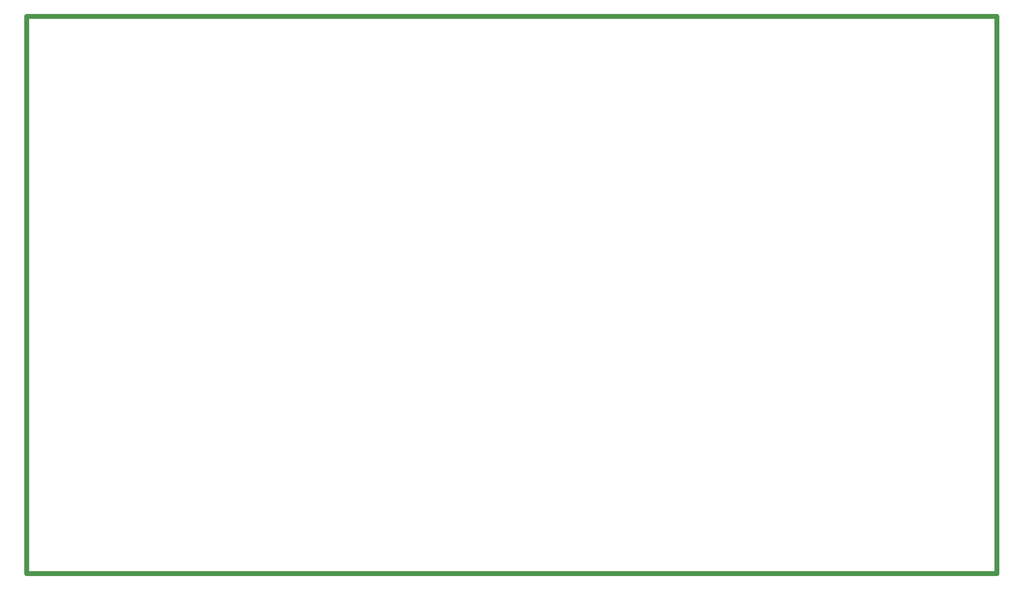
<source format=gbr>
%TF.GenerationSoftware,KiCad,Pcbnew,(6.0.0-rc1-dev-882-gdbc9130da)*%
%TF.CreationDate,2019-08-28T17:07:57+08:00*%
%TF.ProjectId,AntennaSwitch_6x2_RelayBoard,416E74656E6E615377697463685F3678,rev?*%
%TF.SameCoordinates,Original*%
%TF.FileFunction,Profile,NP*%
%FSLAX46Y46*%
G04 Gerber Fmt 4.6, Leading zero omitted, Abs format (unit mm)*
G04 Created by KiCad (PCBNEW (6.0.0-rc1-dev-882-gdbc9130da)) date 2019/8/28 17:07:57*
%MOMM*%
%LPD*%
G01*
G04 APERTURE LIST*
%ADD10C,1.000000*%
G04 APERTURE END LIST*
D10*
X50000000Y-40000000D02*
X250000000Y-40000000D01*
X250000000Y-40000000D02*
X250000000Y-155000000D01*
X50000000Y-155000000D02*
X250000000Y-155000000D01*
X50000000Y-40000000D02*
X50000000Y-155000000D01*
M02*

</source>
